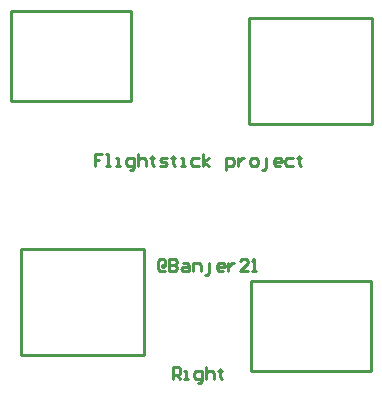
<source format=gbr>
%FSTAX23Y23*%
%MOMM*%
%SFA1B1*%

%IPPOS*%
%ADD26C,0.253999*%
%LNflightstick_buttonpanelv3r_legend_top-1*%
%LPD*%
G54D26*
X15359Y15819D02*
Y24819D01*
X04959Y15819D02*
Y24819D01*
X15359*
X04959Y15819D02*
X15359D01*
X-14343Y05261D02*
X-03943D01*
X-14343Y-03737D02*
X-03943D01*
Y05261*
X-14343Y-03737D02*
Y05261D01*
X-1524Y1778D02*
X-0508D01*
Y254*
X-1524D02*
X-0508D01*
X-1524Y1778D02*
Y254D01*
X05079Y0254D02*
X15239D01*
X05079Y-0508D02*
Y0254D01*
Y-0508D02*
X15239D01*
Y0254*
X-01524Y-05762D02*
Y-04763D01*
X-01024*
X-00857Y-04929*
Y-05262*
X-01024Y-05429*
X-01524*
X-0119D02*
X-00857Y-05762D01*
X-00524D02*
X-00191D01*
X-00357*
Y-05096*
X-00524*
X00641Y-06096D02*
X00808D01*
X00975Y-05929*
Y-05096*
X00475*
X00308Y-05262*
Y-05596*
X00475Y-05762*
X00975*
X01308Y-04763D02*
Y-05762D01*
Y-05262*
X01475Y-05096*
X01808*
X01974Y-05262*
Y-05762*
X02474Y-04929D02*
Y-05096D01*
X02308*
X02641*
X02474*
Y-05596*
X02641Y-05762*
X-02294Y03714D02*
Y03881D01*
X-0246*
Y03714*
X-02294*
X-02127Y03881*
Y04214*
X-02294Y0438*
X-02627*
X-02794Y04214*
Y03547*
X-02627Y03381*
X-02127*
X-01794Y0438D02*
Y03381D01*
X-01294*
X-01127Y03547*
Y03714*
X-01294Y03881*
X-01794*
X-01294*
X-01127Y04047*
Y04214*
X-01294Y0438*
X-01794*
X-00628Y04047D02*
X-00294D01*
X-00128Y03881*
Y03381*
X-00628*
X-00794Y03547*
X-00628Y03714*
X-00128*
X00205Y03381D02*
Y04047D01*
X00704*
X00871Y03881*
Y03381*
X01204Y03048D02*
X01371D01*
X01537Y03214*
Y04047*
X02704Y03381D02*
X0237D01*
X02204Y03547*
Y03881*
X0237Y04047*
X02704*
X0287Y03881*
Y03714*
X02204*
X03204Y04047D02*
Y03381D01*
Y03714*
X0337Y03881*
X03537Y04047*
X03703*
X0487Y03381D02*
X04203D01*
X0487Y04047*
Y04214*
X04703Y0438*
X0437*
X04203Y04214*
X05203Y03381D02*
X05536D01*
X0537*
Y0438*
X05203Y04214*
X-07461Y1327D02*
X-08128D01*
Y12771*
X-07794*
X-08128*
Y12271*
X-07128D02*
X-06795D01*
X-06961*
Y1327*
X-07128*
X-06295Y12271D02*
X-05962D01*
X-06128*
Y12937*
X-06295*
X-05128Y11938D02*
X-04962D01*
X-04795Y12104*
Y12937*
X-05295*
X-05462Y12771*
Y12437*
X-05295Y12271*
X-04795*
X-04462Y1327D02*
Y12271D01*
Y12771*
X-04295Y12937*
X-03962*
X-03796Y12771*
Y12271*
X-03296Y13104D02*
Y12937D01*
X-03462*
X-03129*
X-03296*
Y12437*
X-03129Y12271*
X-02629D02*
X-02129D01*
X-01963Y12437*
X-02129Y12604*
X-02463*
X-02629Y12771*
X-02463Y12937*
X-01963*
X-01463Y13104D02*
Y12937D01*
X-0163*
X-01296*
X-01463*
Y12437*
X-01296Y12271*
X-00797D02*
X-00463D01*
X-0063*
Y12937*
X-00797*
X00702D02*
X00202D01*
X00036Y12771*
Y12437*
X00202Y12271*
X00702*
X01035D02*
Y1327D01*
Y12604D02*
X01535Y12937D01*
X01035Y12604D02*
X01535Y12271D01*
X03035Y11938D02*
Y12937D01*
X03534*
X03701Y12771*
Y12437*
X03534Y12271*
X03035*
X04034Y12937D02*
Y12271D01*
Y12604*
X04201Y12771*
X04367Y12937*
X04534*
X05201Y12271D02*
X05534D01*
X057Y12437*
Y12771*
X05534Y12937*
X05201*
X05034Y12771*
Y12437*
X05201Y12271*
X06034Y11938D02*
X062D01*
X06367Y12104*
Y12937*
X07533Y12271D02*
X072D01*
X07033Y12437*
Y12771*
X072Y12937*
X07533*
X077Y12771*
Y12604*
X07033*
X08699Y12937D02*
X082D01*
X08033Y12771*
Y12437*
X082Y12271*
X08699*
X09199Y13104D02*
Y12937D01*
X09033*
X09366*
X09199*
Y12437*
X09366Y12271*
M02*
</source>
